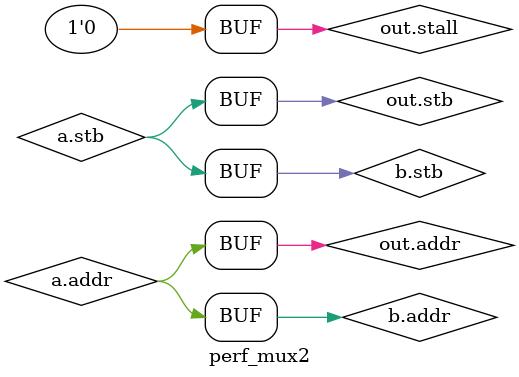
<source format=sv>
module perf_mux2(
    perf_if a,
    perf_if b,
    perf_if out
);

    assign a.addr = out.addr;
    assign a.stb = out.stb;
    assign b.addr = out.addr;
    assign b.stb = out.stb;

    assign out.stall = 0;

    assign out.ack = a.ack || b.ack;
    assign out.data = a.ack ? a.data : b.data;

endmodule : perf_mux2

</source>
